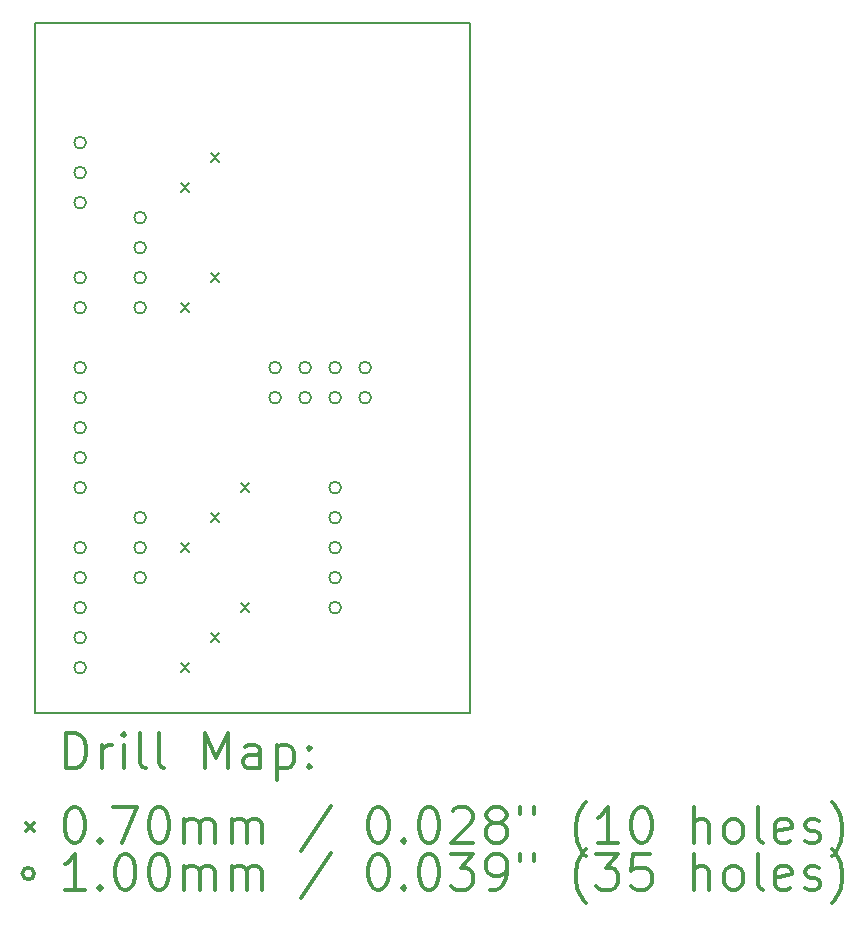
<source format=gbr>
%FSLAX45Y45*%
G04 Gerber Fmt 4.5, Leading zero omitted, Abs format (unit mm)*
G04 Created by KiCad (PCBNEW 4.0.1-stable) date 01/18/17 01:46:31*
%MOMM*%
G01*
G04 APERTURE LIST*
%ADD10C,0.127000*%
%ADD11C,0.150000*%
%ADD12C,0.200000*%
%ADD13C,0.300000*%
G04 APERTURE END LIST*
D10*
D11*
X18161000Y-5080000D02*
X14478000Y-5080000D01*
X18161000Y-10922000D02*
X18161000Y-5080000D01*
X14478000Y-10922000D02*
X18161000Y-10922000D01*
X14478000Y-5080000D02*
X14478000Y-10922000D01*
D12*
X15713000Y-6442000D02*
X15783000Y-6512000D01*
X15783000Y-6442000D02*
X15713000Y-6512000D01*
X15713000Y-7458000D02*
X15783000Y-7528000D01*
X15783000Y-7458000D02*
X15713000Y-7528000D01*
X15713000Y-9490000D02*
X15783000Y-9560000D01*
X15783000Y-9490000D02*
X15713000Y-9560000D01*
X15713000Y-10506000D02*
X15783000Y-10576000D01*
X15783000Y-10506000D02*
X15713000Y-10576000D01*
X15967000Y-6188000D02*
X16037000Y-6258000D01*
X16037000Y-6188000D02*
X15967000Y-6258000D01*
X15967000Y-7204000D02*
X16037000Y-7274000D01*
X16037000Y-7204000D02*
X15967000Y-7274000D01*
X15967000Y-9236000D02*
X16037000Y-9306000D01*
X16037000Y-9236000D02*
X15967000Y-9306000D01*
X15967000Y-10252000D02*
X16037000Y-10322000D01*
X16037000Y-10252000D02*
X15967000Y-10322000D01*
X16221000Y-8982000D02*
X16291000Y-9052000D01*
X16291000Y-8982000D02*
X16221000Y-9052000D01*
X16221000Y-9998000D02*
X16291000Y-10068000D01*
X16291000Y-9998000D02*
X16221000Y-10068000D01*
X14909000Y-6096000D02*
G75*
G03X14909000Y-6096000I-50000J0D01*
G01*
X14909000Y-6350000D02*
G75*
G03X14909000Y-6350000I-50000J0D01*
G01*
X14909000Y-6604000D02*
G75*
G03X14909000Y-6604000I-50000J0D01*
G01*
X14909000Y-7239000D02*
G75*
G03X14909000Y-7239000I-50000J0D01*
G01*
X14909000Y-7493000D02*
G75*
G03X14909000Y-7493000I-50000J0D01*
G01*
X14909000Y-8001000D02*
G75*
G03X14909000Y-8001000I-50000J0D01*
G01*
X14909000Y-8255000D02*
G75*
G03X14909000Y-8255000I-50000J0D01*
G01*
X14909000Y-8509000D02*
G75*
G03X14909000Y-8509000I-50000J0D01*
G01*
X14909000Y-8763000D02*
G75*
G03X14909000Y-8763000I-50000J0D01*
G01*
X14909000Y-9017000D02*
G75*
G03X14909000Y-9017000I-50000J0D01*
G01*
X14909000Y-9525000D02*
G75*
G03X14909000Y-9525000I-50000J0D01*
G01*
X14909000Y-9779000D02*
G75*
G03X14909000Y-9779000I-50000J0D01*
G01*
X14909000Y-10033000D02*
G75*
G03X14909000Y-10033000I-50000J0D01*
G01*
X14909000Y-10287000D02*
G75*
G03X14909000Y-10287000I-50000J0D01*
G01*
X14909000Y-10541000D02*
G75*
G03X14909000Y-10541000I-50000J0D01*
G01*
X15417000Y-6731000D02*
G75*
G03X15417000Y-6731000I-50000J0D01*
G01*
X15417000Y-6985000D02*
G75*
G03X15417000Y-6985000I-50000J0D01*
G01*
X15417000Y-7239000D02*
G75*
G03X15417000Y-7239000I-50000J0D01*
G01*
X15417000Y-7493000D02*
G75*
G03X15417000Y-7493000I-50000J0D01*
G01*
X15417000Y-9271000D02*
G75*
G03X15417000Y-9271000I-50000J0D01*
G01*
X15417000Y-9525000D02*
G75*
G03X15417000Y-9525000I-50000J0D01*
G01*
X15417000Y-9779000D02*
G75*
G03X15417000Y-9779000I-50000J0D01*
G01*
X16560000Y-8001000D02*
G75*
G03X16560000Y-8001000I-50000J0D01*
G01*
X16560000Y-8255000D02*
G75*
G03X16560000Y-8255000I-50000J0D01*
G01*
X16814000Y-8001000D02*
G75*
G03X16814000Y-8001000I-50000J0D01*
G01*
X16814000Y-8255000D02*
G75*
G03X16814000Y-8255000I-50000J0D01*
G01*
X17068000Y-8001000D02*
G75*
G03X17068000Y-8001000I-50000J0D01*
G01*
X17068000Y-8255000D02*
G75*
G03X17068000Y-8255000I-50000J0D01*
G01*
X17068000Y-9017000D02*
G75*
G03X17068000Y-9017000I-50000J0D01*
G01*
X17068000Y-9271000D02*
G75*
G03X17068000Y-9271000I-50000J0D01*
G01*
X17068000Y-9525000D02*
G75*
G03X17068000Y-9525000I-50000J0D01*
G01*
X17068000Y-9779000D02*
G75*
G03X17068000Y-9779000I-50000J0D01*
G01*
X17068000Y-10033000D02*
G75*
G03X17068000Y-10033000I-50000J0D01*
G01*
X17322000Y-8001000D02*
G75*
G03X17322000Y-8001000I-50000J0D01*
G01*
X17322000Y-8255000D02*
G75*
G03X17322000Y-8255000I-50000J0D01*
G01*
D13*
X14741928Y-11395214D02*
X14741928Y-11095214D01*
X14813357Y-11095214D01*
X14856214Y-11109500D01*
X14884786Y-11138072D01*
X14899071Y-11166643D01*
X14913357Y-11223786D01*
X14913357Y-11266643D01*
X14899071Y-11323786D01*
X14884786Y-11352357D01*
X14856214Y-11380929D01*
X14813357Y-11395214D01*
X14741928Y-11395214D01*
X15041928Y-11395214D02*
X15041928Y-11195214D01*
X15041928Y-11252357D02*
X15056214Y-11223786D01*
X15070500Y-11209500D01*
X15099071Y-11195214D01*
X15127643Y-11195214D01*
X15227643Y-11395214D02*
X15227643Y-11195214D01*
X15227643Y-11095214D02*
X15213357Y-11109500D01*
X15227643Y-11123786D01*
X15241928Y-11109500D01*
X15227643Y-11095214D01*
X15227643Y-11123786D01*
X15413357Y-11395214D02*
X15384786Y-11380929D01*
X15370500Y-11352357D01*
X15370500Y-11095214D01*
X15570500Y-11395214D02*
X15541928Y-11380929D01*
X15527643Y-11352357D01*
X15527643Y-11095214D01*
X15913357Y-11395214D02*
X15913357Y-11095214D01*
X16013357Y-11309500D01*
X16113357Y-11095214D01*
X16113357Y-11395214D01*
X16384786Y-11395214D02*
X16384786Y-11238071D01*
X16370500Y-11209500D01*
X16341928Y-11195214D01*
X16284786Y-11195214D01*
X16256214Y-11209500D01*
X16384786Y-11380929D02*
X16356214Y-11395214D01*
X16284786Y-11395214D01*
X16256214Y-11380929D01*
X16241928Y-11352357D01*
X16241928Y-11323786D01*
X16256214Y-11295214D01*
X16284786Y-11280929D01*
X16356214Y-11280929D01*
X16384786Y-11266643D01*
X16527643Y-11195214D02*
X16527643Y-11495214D01*
X16527643Y-11209500D02*
X16556214Y-11195214D01*
X16613357Y-11195214D01*
X16641928Y-11209500D01*
X16656214Y-11223786D01*
X16670500Y-11252357D01*
X16670500Y-11338071D01*
X16656214Y-11366643D01*
X16641928Y-11380929D01*
X16613357Y-11395214D01*
X16556214Y-11395214D01*
X16527643Y-11380929D01*
X16799071Y-11366643D02*
X16813357Y-11380929D01*
X16799071Y-11395214D01*
X16784786Y-11380929D01*
X16799071Y-11366643D01*
X16799071Y-11395214D01*
X16799071Y-11209500D02*
X16813357Y-11223786D01*
X16799071Y-11238071D01*
X16784786Y-11223786D01*
X16799071Y-11209500D01*
X16799071Y-11238071D01*
X14400500Y-11854500D02*
X14470500Y-11924500D01*
X14470500Y-11854500D02*
X14400500Y-11924500D01*
X14799071Y-11725214D02*
X14827643Y-11725214D01*
X14856214Y-11739500D01*
X14870500Y-11753786D01*
X14884786Y-11782357D01*
X14899071Y-11839500D01*
X14899071Y-11910929D01*
X14884786Y-11968071D01*
X14870500Y-11996643D01*
X14856214Y-12010929D01*
X14827643Y-12025214D01*
X14799071Y-12025214D01*
X14770500Y-12010929D01*
X14756214Y-11996643D01*
X14741928Y-11968071D01*
X14727643Y-11910929D01*
X14727643Y-11839500D01*
X14741928Y-11782357D01*
X14756214Y-11753786D01*
X14770500Y-11739500D01*
X14799071Y-11725214D01*
X15027643Y-11996643D02*
X15041928Y-12010929D01*
X15027643Y-12025214D01*
X15013357Y-12010929D01*
X15027643Y-11996643D01*
X15027643Y-12025214D01*
X15141928Y-11725214D02*
X15341928Y-11725214D01*
X15213357Y-12025214D01*
X15513357Y-11725214D02*
X15541928Y-11725214D01*
X15570500Y-11739500D01*
X15584786Y-11753786D01*
X15599071Y-11782357D01*
X15613357Y-11839500D01*
X15613357Y-11910929D01*
X15599071Y-11968071D01*
X15584786Y-11996643D01*
X15570500Y-12010929D01*
X15541928Y-12025214D01*
X15513357Y-12025214D01*
X15484786Y-12010929D01*
X15470500Y-11996643D01*
X15456214Y-11968071D01*
X15441928Y-11910929D01*
X15441928Y-11839500D01*
X15456214Y-11782357D01*
X15470500Y-11753786D01*
X15484786Y-11739500D01*
X15513357Y-11725214D01*
X15741928Y-12025214D02*
X15741928Y-11825214D01*
X15741928Y-11853786D02*
X15756214Y-11839500D01*
X15784786Y-11825214D01*
X15827643Y-11825214D01*
X15856214Y-11839500D01*
X15870500Y-11868071D01*
X15870500Y-12025214D01*
X15870500Y-11868071D02*
X15884786Y-11839500D01*
X15913357Y-11825214D01*
X15956214Y-11825214D01*
X15984786Y-11839500D01*
X15999071Y-11868071D01*
X15999071Y-12025214D01*
X16141928Y-12025214D02*
X16141928Y-11825214D01*
X16141928Y-11853786D02*
X16156214Y-11839500D01*
X16184786Y-11825214D01*
X16227643Y-11825214D01*
X16256214Y-11839500D01*
X16270500Y-11868071D01*
X16270500Y-12025214D01*
X16270500Y-11868071D02*
X16284786Y-11839500D01*
X16313357Y-11825214D01*
X16356214Y-11825214D01*
X16384786Y-11839500D01*
X16399071Y-11868071D01*
X16399071Y-12025214D01*
X16984786Y-11710929D02*
X16727643Y-12096643D01*
X17370500Y-11725214D02*
X17399071Y-11725214D01*
X17427643Y-11739500D01*
X17441928Y-11753786D01*
X17456214Y-11782357D01*
X17470500Y-11839500D01*
X17470500Y-11910929D01*
X17456214Y-11968071D01*
X17441928Y-11996643D01*
X17427643Y-12010929D01*
X17399071Y-12025214D01*
X17370500Y-12025214D01*
X17341928Y-12010929D01*
X17327643Y-11996643D01*
X17313357Y-11968071D01*
X17299071Y-11910929D01*
X17299071Y-11839500D01*
X17313357Y-11782357D01*
X17327643Y-11753786D01*
X17341928Y-11739500D01*
X17370500Y-11725214D01*
X17599071Y-11996643D02*
X17613357Y-12010929D01*
X17599071Y-12025214D01*
X17584786Y-12010929D01*
X17599071Y-11996643D01*
X17599071Y-12025214D01*
X17799071Y-11725214D02*
X17827643Y-11725214D01*
X17856214Y-11739500D01*
X17870500Y-11753786D01*
X17884786Y-11782357D01*
X17899071Y-11839500D01*
X17899071Y-11910929D01*
X17884786Y-11968071D01*
X17870500Y-11996643D01*
X17856214Y-12010929D01*
X17827643Y-12025214D01*
X17799071Y-12025214D01*
X17770500Y-12010929D01*
X17756214Y-11996643D01*
X17741928Y-11968071D01*
X17727643Y-11910929D01*
X17727643Y-11839500D01*
X17741928Y-11782357D01*
X17756214Y-11753786D01*
X17770500Y-11739500D01*
X17799071Y-11725214D01*
X18013357Y-11753786D02*
X18027643Y-11739500D01*
X18056214Y-11725214D01*
X18127643Y-11725214D01*
X18156214Y-11739500D01*
X18170500Y-11753786D01*
X18184786Y-11782357D01*
X18184786Y-11810929D01*
X18170500Y-11853786D01*
X17999071Y-12025214D01*
X18184786Y-12025214D01*
X18356214Y-11853786D02*
X18327643Y-11839500D01*
X18313357Y-11825214D01*
X18299071Y-11796643D01*
X18299071Y-11782357D01*
X18313357Y-11753786D01*
X18327643Y-11739500D01*
X18356214Y-11725214D01*
X18413357Y-11725214D01*
X18441928Y-11739500D01*
X18456214Y-11753786D01*
X18470500Y-11782357D01*
X18470500Y-11796643D01*
X18456214Y-11825214D01*
X18441928Y-11839500D01*
X18413357Y-11853786D01*
X18356214Y-11853786D01*
X18327643Y-11868071D01*
X18313357Y-11882357D01*
X18299071Y-11910929D01*
X18299071Y-11968071D01*
X18313357Y-11996643D01*
X18327643Y-12010929D01*
X18356214Y-12025214D01*
X18413357Y-12025214D01*
X18441928Y-12010929D01*
X18456214Y-11996643D01*
X18470500Y-11968071D01*
X18470500Y-11910929D01*
X18456214Y-11882357D01*
X18441928Y-11868071D01*
X18413357Y-11853786D01*
X18584786Y-11725214D02*
X18584786Y-11782357D01*
X18699071Y-11725214D02*
X18699071Y-11782357D01*
X19141928Y-12139500D02*
X19127643Y-12125214D01*
X19099071Y-12082357D01*
X19084786Y-12053786D01*
X19070500Y-12010929D01*
X19056214Y-11939500D01*
X19056214Y-11882357D01*
X19070500Y-11810929D01*
X19084786Y-11768071D01*
X19099071Y-11739500D01*
X19127643Y-11696643D01*
X19141928Y-11682357D01*
X19413357Y-12025214D02*
X19241928Y-12025214D01*
X19327643Y-12025214D02*
X19327643Y-11725214D01*
X19299071Y-11768071D01*
X19270500Y-11796643D01*
X19241928Y-11810929D01*
X19599071Y-11725214D02*
X19627643Y-11725214D01*
X19656214Y-11739500D01*
X19670500Y-11753786D01*
X19684786Y-11782357D01*
X19699071Y-11839500D01*
X19699071Y-11910929D01*
X19684786Y-11968071D01*
X19670500Y-11996643D01*
X19656214Y-12010929D01*
X19627643Y-12025214D01*
X19599071Y-12025214D01*
X19570500Y-12010929D01*
X19556214Y-11996643D01*
X19541928Y-11968071D01*
X19527643Y-11910929D01*
X19527643Y-11839500D01*
X19541928Y-11782357D01*
X19556214Y-11753786D01*
X19570500Y-11739500D01*
X19599071Y-11725214D01*
X20056214Y-12025214D02*
X20056214Y-11725214D01*
X20184786Y-12025214D02*
X20184786Y-11868071D01*
X20170500Y-11839500D01*
X20141928Y-11825214D01*
X20099071Y-11825214D01*
X20070500Y-11839500D01*
X20056214Y-11853786D01*
X20370500Y-12025214D02*
X20341928Y-12010929D01*
X20327643Y-11996643D01*
X20313357Y-11968071D01*
X20313357Y-11882357D01*
X20327643Y-11853786D01*
X20341928Y-11839500D01*
X20370500Y-11825214D01*
X20413357Y-11825214D01*
X20441928Y-11839500D01*
X20456214Y-11853786D01*
X20470500Y-11882357D01*
X20470500Y-11968071D01*
X20456214Y-11996643D01*
X20441928Y-12010929D01*
X20413357Y-12025214D01*
X20370500Y-12025214D01*
X20641928Y-12025214D02*
X20613357Y-12010929D01*
X20599071Y-11982357D01*
X20599071Y-11725214D01*
X20870500Y-12010929D02*
X20841929Y-12025214D01*
X20784786Y-12025214D01*
X20756214Y-12010929D01*
X20741929Y-11982357D01*
X20741929Y-11868071D01*
X20756214Y-11839500D01*
X20784786Y-11825214D01*
X20841929Y-11825214D01*
X20870500Y-11839500D01*
X20884786Y-11868071D01*
X20884786Y-11896643D01*
X20741929Y-11925214D01*
X20999071Y-12010929D02*
X21027643Y-12025214D01*
X21084786Y-12025214D01*
X21113357Y-12010929D01*
X21127643Y-11982357D01*
X21127643Y-11968071D01*
X21113357Y-11939500D01*
X21084786Y-11925214D01*
X21041929Y-11925214D01*
X21013357Y-11910929D01*
X20999071Y-11882357D01*
X20999071Y-11868071D01*
X21013357Y-11839500D01*
X21041929Y-11825214D01*
X21084786Y-11825214D01*
X21113357Y-11839500D01*
X21227643Y-12139500D02*
X21241929Y-12125214D01*
X21270500Y-12082357D01*
X21284786Y-12053786D01*
X21299071Y-12010929D01*
X21313357Y-11939500D01*
X21313357Y-11882357D01*
X21299071Y-11810929D01*
X21284786Y-11768071D01*
X21270500Y-11739500D01*
X21241929Y-11696643D01*
X21227643Y-11682357D01*
X14470500Y-12285500D02*
G75*
G03X14470500Y-12285500I-50000J0D01*
G01*
X14899071Y-12421214D02*
X14727643Y-12421214D01*
X14813357Y-12421214D02*
X14813357Y-12121214D01*
X14784786Y-12164071D01*
X14756214Y-12192643D01*
X14727643Y-12206929D01*
X15027643Y-12392643D02*
X15041928Y-12406929D01*
X15027643Y-12421214D01*
X15013357Y-12406929D01*
X15027643Y-12392643D01*
X15027643Y-12421214D01*
X15227643Y-12121214D02*
X15256214Y-12121214D01*
X15284786Y-12135500D01*
X15299071Y-12149786D01*
X15313357Y-12178357D01*
X15327643Y-12235500D01*
X15327643Y-12306929D01*
X15313357Y-12364071D01*
X15299071Y-12392643D01*
X15284786Y-12406929D01*
X15256214Y-12421214D01*
X15227643Y-12421214D01*
X15199071Y-12406929D01*
X15184786Y-12392643D01*
X15170500Y-12364071D01*
X15156214Y-12306929D01*
X15156214Y-12235500D01*
X15170500Y-12178357D01*
X15184786Y-12149786D01*
X15199071Y-12135500D01*
X15227643Y-12121214D01*
X15513357Y-12121214D02*
X15541928Y-12121214D01*
X15570500Y-12135500D01*
X15584786Y-12149786D01*
X15599071Y-12178357D01*
X15613357Y-12235500D01*
X15613357Y-12306929D01*
X15599071Y-12364071D01*
X15584786Y-12392643D01*
X15570500Y-12406929D01*
X15541928Y-12421214D01*
X15513357Y-12421214D01*
X15484786Y-12406929D01*
X15470500Y-12392643D01*
X15456214Y-12364071D01*
X15441928Y-12306929D01*
X15441928Y-12235500D01*
X15456214Y-12178357D01*
X15470500Y-12149786D01*
X15484786Y-12135500D01*
X15513357Y-12121214D01*
X15741928Y-12421214D02*
X15741928Y-12221214D01*
X15741928Y-12249786D02*
X15756214Y-12235500D01*
X15784786Y-12221214D01*
X15827643Y-12221214D01*
X15856214Y-12235500D01*
X15870500Y-12264071D01*
X15870500Y-12421214D01*
X15870500Y-12264071D02*
X15884786Y-12235500D01*
X15913357Y-12221214D01*
X15956214Y-12221214D01*
X15984786Y-12235500D01*
X15999071Y-12264071D01*
X15999071Y-12421214D01*
X16141928Y-12421214D02*
X16141928Y-12221214D01*
X16141928Y-12249786D02*
X16156214Y-12235500D01*
X16184786Y-12221214D01*
X16227643Y-12221214D01*
X16256214Y-12235500D01*
X16270500Y-12264071D01*
X16270500Y-12421214D01*
X16270500Y-12264071D02*
X16284786Y-12235500D01*
X16313357Y-12221214D01*
X16356214Y-12221214D01*
X16384786Y-12235500D01*
X16399071Y-12264071D01*
X16399071Y-12421214D01*
X16984786Y-12106929D02*
X16727643Y-12492643D01*
X17370500Y-12121214D02*
X17399071Y-12121214D01*
X17427643Y-12135500D01*
X17441928Y-12149786D01*
X17456214Y-12178357D01*
X17470500Y-12235500D01*
X17470500Y-12306929D01*
X17456214Y-12364071D01*
X17441928Y-12392643D01*
X17427643Y-12406929D01*
X17399071Y-12421214D01*
X17370500Y-12421214D01*
X17341928Y-12406929D01*
X17327643Y-12392643D01*
X17313357Y-12364071D01*
X17299071Y-12306929D01*
X17299071Y-12235500D01*
X17313357Y-12178357D01*
X17327643Y-12149786D01*
X17341928Y-12135500D01*
X17370500Y-12121214D01*
X17599071Y-12392643D02*
X17613357Y-12406929D01*
X17599071Y-12421214D01*
X17584786Y-12406929D01*
X17599071Y-12392643D01*
X17599071Y-12421214D01*
X17799071Y-12121214D02*
X17827643Y-12121214D01*
X17856214Y-12135500D01*
X17870500Y-12149786D01*
X17884786Y-12178357D01*
X17899071Y-12235500D01*
X17899071Y-12306929D01*
X17884786Y-12364071D01*
X17870500Y-12392643D01*
X17856214Y-12406929D01*
X17827643Y-12421214D01*
X17799071Y-12421214D01*
X17770500Y-12406929D01*
X17756214Y-12392643D01*
X17741928Y-12364071D01*
X17727643Y-12306929D01*
X17727643Y-12235500D01*
X17741928Y-12178357D01*
X17756214Y-12149786D01*
X17770500Y-12135500D01*
X17799071Y-12121214D01*
X17999071Y-12121214D02*
X18184786Y-12121214D01*
X18084786Y-12235500D01*
X18127643Y-12235500D01*
X18156214Y-12249786D01*
X18170500Y-12264071D01*
X18184786Y-12292643D01*
X18184786Y-12364071D01*
X18170500Y-12392643D01*
X18156214Y-12406929D01*
X18127643Y-12421214D01*
X18041928Y-12421214D01*
X18013357Y-12406929D01*
X17999071Y-12392643D01*
X18327643Y-12421214D02*
X18384786Y-12421214D01*
X18413357Y-12406929D01*
X18427643Y-12392643D01*
X18456214Y-12349786D01*
X18470500Y-12292643D01*
X18470500Y-12178357D01*
X18456214Y-12149786D01*
X18441928Y-12135500D01*
X18413357Y-12121214D01*
X18356214Y-12121214D01*
X18327643Y-12135500D01*
X18313357Y-12149786D01*
X18299071Y-12178357D01*
X18299071Y-12249786D01*
X18313357Y-12278357D01*
X18327643Y-12292643D01*
X18356214Y-12306929D01*
X18413357Y-12306929D01*
X18441928Y-12292643D01*
X18456214Y-12278357D01*
X18470500Y-12249786D01*
X18584786Y-12121214D02*
X18584786Y-12178357D01*
X18699071Y-12121214D02*
X18699071Y-12178357D01*
X19141928Y-12535500D02*
X19127643Y-12521214D01*
X19099071Y-12478357D01*
X19084786Y-12449786D01*
X19070500Y-12406929D01*
X19056214Y-12335500D01*
X19056214Y-12278357D01*
X19070500Y-12206929D01*
X19084786Y-12164071D01*
X19099071Y-12135500D01*
X19127643Y-12092643D01*
X19141928Y-12078357D01*
X19227643Y-12121214D02*
X19413357Y-12121214D01*
X19313357Y-12235500D01*
X19356214Y-12235500D01*
X19384786Y-12249786D01*
X19399071Y-12264071D01*
X19413357Y-12292643D01*
X19413357Y-12364071D01*
X19399071Y-12392643D01*
X19384786Y-12406929D01*
X19356214Y-12421214D01*
X19270500Y-12421214D01*
X19241928Y-12406929D01*
X19227643Y-12392643D01*
X19684786Y-12121214D02*
X19541928Y-12121214D01*
X19527643Y-12264071D01*
X19541928Y-12249786D01*
X19570500Y-12235500D01*
X19641928Y-12235500D01*
X19670500Y-12249786D01*
X19684786Y-12264071D01*
X19699071Y-12292643D01*
X19699071Y-12364071D01*
X19684786Y-12392643D01*
X19670500Y-12406929D01*
X19641928Y-12421214D01*
X19570500Y-12421214D01*
X19541928Y-12406929D01*
X19527643Y-12392643D01*
X20056214Y-12421214D02*
X20056214Y-12121214D01*
X20184786Y-12421214D02*
X20184786Y-12264071D01*
X20170500Y-12235500D01*
X20141928Y-12221214D01*
X20099071Y-12221214D01*
X20070500Y-12235500D01*
X20056214Y-12249786D01*
X20370500Y-12421214D02*
X20341928Y-12406929D01*
X20327643Y-12392643D01*
X20313357Y-12364071D01*
X20313357Y-12278357D01*
X20327643Y-12249786D01*
X20341928Y-12235500D01*
X20370500Y-12221214D01*
X20413357Y-12221214D01*
X20441928Y-12235500D01*
X20456214Y-12249786D01*
X20470500Y-12278357D01*
X20470500Y-12364071D01*
X20456214Y-12392643D01*
X20441928Y-12406929D01*
X20413357Y-12421214D01*
X20370500Y-12421214D01*
X20641928Y-12421214D02*
X20613357Y-12406929D01*
X20599071Y-12378357D01*
X20599071Y-12121214D01*
X20870500Y-12406929D02*
X20841929Y-12421214D01*
X20784786Y-12421214D01*
X20756214Y-12406929D01*
X20741929Y-12378357D01*
X20741929Y-12264071D01*
X20756214Y-12235500D01*
X20784786Y-12221214D01*
X20841929Y-12221214D01*
X20870500Y-12235500D01*
X20884786Y-12264071D01*
X20884786Y-12292643D01*
X20741929Y-12321214D01*
X20999071Y-12406929D02*
X21027643Y-12421214D01*
X21084786Y-12421214D01*
X21113357Y-12406929D01*
X21127643Y-12378357D01*
X21127643Y-12364071D01*
X21113357Y-12335500D01*
X21084786Y-12321214D01*
X21041929Y-12321214D01*
X21013357Y-12306929D01*
X20999071Y-12278357D01*
X20999071Y-12264071D01*
X21013357Y-12235500D01*
X21041929Y-12221214D01*
X21084786Y-12221214D01*
X21113357Y-12235500D01*
X21227643Y-12535500D02*
X21241929Y-12521214D01*
X21270500Y-12478357D01*
X21284786Y-12449786D01*
X21299071Y-12406929D01*
X21313357Y-12335500D01*
X21313357Y-12278357D01*
X21299071Y-12206929D01*
X21284786Y-12164071D01*
X21270500Y-12135500D01*
X21241929Y-12092643D01*
X21227643Y-12078357D01*
M02*

</source>
